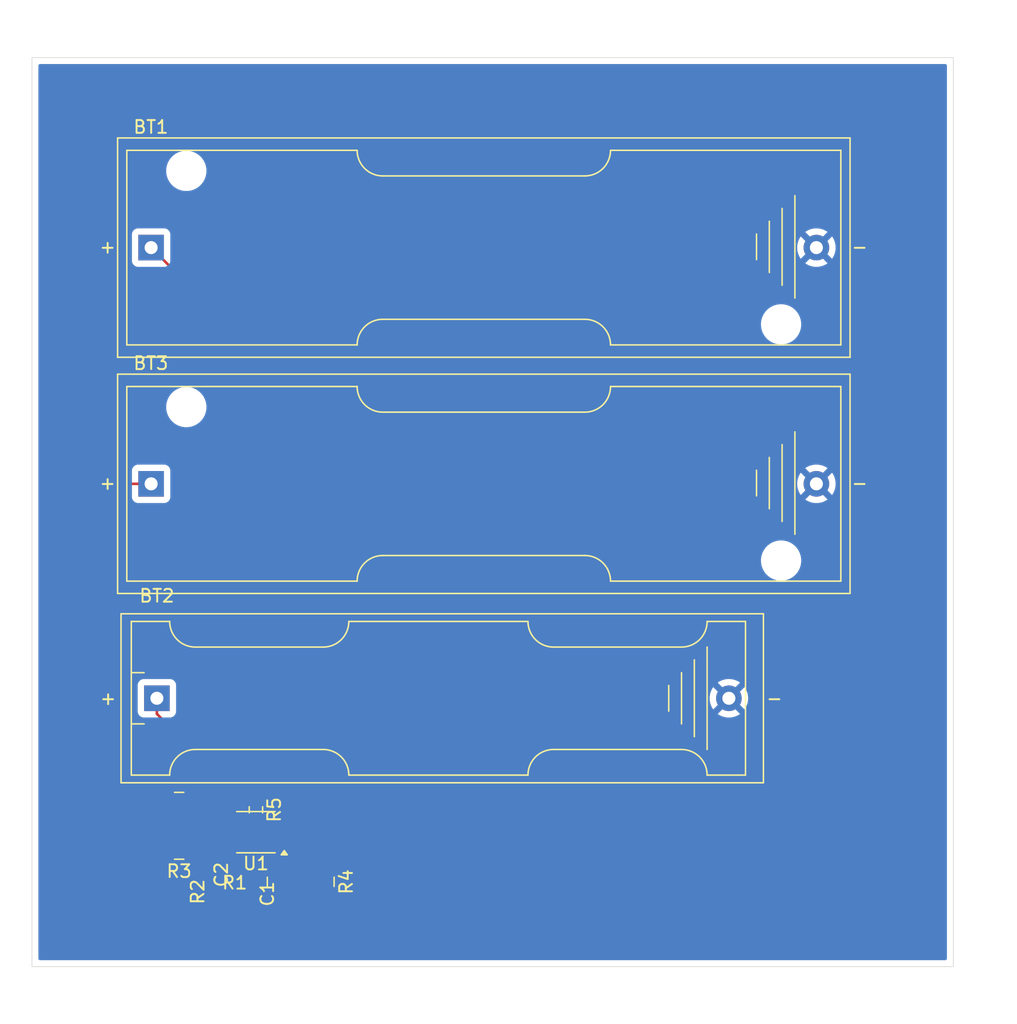
<source format=kicad_pcb>
(kicad_pcb (version 20241229) (generator "pcbnew") (generator_version "9.0")
  (layers (0 "F.Cu" signal) (2 "B.Cu" signal) (13 "F.Paste" user) (15 "B.Paste" user) (5 "F.SilkS" user "F.Silkscreen") (7 "B.SilkS" user "B.Silkscreen") (1 "F.Mask" user) (3 "B.Mask" user) (25 "Edge.Cuts" user))
  (net 0 "")
  (net 1 "Net-(BT1-+)")
  (net 2 "GND")
  (net 3 "Net-(BT2-+)")
  (net 4 "Net-(BT3-+)")
  (net 5 "Net-(U1-+)")
  (net 6 "/positivefeedback")
  (net 7 "/negativefeedback")
  (net 8 "Net-(U1--)")
  (net 12 "Net-(U1-V+)")
  (footprint "Resistor_SMD:R_0201_0603Metric" (layer "F.Cu") (at 115.34 110)
    (property "Reference" "R1" (at 0 -1.05 0) (layer "F.SilkS"))
    (property "Value" "1000")
    (pad "1" smd roundrect (at -0.32 0) (size 0.46 0.4) (layers "F.Cu" "F.Mask") (net 6 "/positivefeedback"))
    (pad "2" smd roundrect (at 0.32 0) (size 0.46 0.4) (layers "F.Cu" "F.Mask") (net 5 "Net-(U1-+)"))
  )
  (footprint "Package_SO:MSOP-8_3x3mm_P0.65mm" (layer "F.Cu") (at 117 105 180)
    (property "Reference" "U1" (at 0 -2.45 0) (layer "F.SilkS"))
    (property "Value" "OP1177ARM")
    (fp_line (start 0 1.61) (end 1.5 1.61) (stroke (width 0.12)) (layer "F.SilkS"))
    (fp_line (start 0 1.61) (end -1.5 1.61) (stroke (width 0.12)) (layer "F.SilkS"))
    (fp_line (start 0 -1.61) (end 1.5 -1.61) (stroke (width 0.12)) (layer "F.SilkS"))
    (fp_line (start 0 -1.61) (end -1.5 -1.61) (stroke (width 0.12)) (layer "F.SilkS"))
    (fp_poly (pts (xy -2.2125 -1.435) (xy -2.4525 -1.765) (xy -1.9725 -1.765)) (stroke (width 0.12)) (fill yes) (layer "F.SilkS"))
    (pad "1" smd roundrect (at -2.1125 -0.975 180) (size 1.625 0.4) (layers "F.Cu" "F.Mask" "F.Paste"))
    (pad "2" smd roundrect (at -2.1125 -0.325 180) (size 1.625 0.4) (layers "F.Cu" "F.Mask" "F.Paste") (net 8 "Net-(U1--)"))
    (pad "3" smd roundrect (at -2.1125 0.325 180) (size 1.625 0.4) (layers "F.Cu" "F.Mask" "F.Paste") (net 5 "Net-(U1-+)"))
    (pad "4" smd roundrect (at -2.1125 0.975 180) (size 1.625 0.4) (layers "F.Cu" "F.Mask" "F.Paste") (net 3 "Net-(BT2-+)"))
    (pad "5" smd roundrect (at 2.1125 0.975 180) (size 1.625 0.4) (layers "F.Cu" "F.Mask" "F.Paste"))
    (pad "6" smd roundrect (at 2.1125 0.325 180) (size 1.625 0.4) (layers "F.Cu" "F.Mask" "F.Paste") (net 7 "/negativefeedback"))
    (pad "7" smd roundrect (at 2.1125 -0.325 180) (size 1.625 0.4) (layers "F.Cu" "F.Mask" "F.Paste") (net 12 "Net-(U1-V+)"))
    (pad "8" smd roundrect (at 2.1125 -0.975 180) (size 1.625 0.4) (layers "F.Cu" "F.Mask" "F.Paste"))
  )
  (footprint "Capacitor_SMD:C_0201_0603Metric" (layer "F.Cu") (at 116.84 109.82 -90)
    (property "Reference" "C1" (at 0 -1.05 90) (layer "F.SilkS"))
    (property "Value" "2uF")
    (pad "1" smd roundrect (at -0.32 0 270) (size 0.46 0.4) (layers "F.Cu" "F.Mask") (net 5 "Net-(U1-+)"))
    (pad "2" smd roundrect (at 0.32 0 270) (size 0.46 0.4) (layers "F.Cu" "F.Mask") (net 2 "GND"))
  )
  (footprint "Resistor_SMD:R_1020_2550Metric" (layer "F.Cu") (at 111 104.5 180)
    (property "Reference" "R3" (at 0 -3.55 0) (layer "F.SilkS"))
    (property "Value" "10000")
    (fp_line (start -0.361252 2.61) (end 0.361252 2.61) (stroke (width 0.12)) (layer "F.SilkS"))
    (fp_line (start -0.361252 -2.61) (end 0.361252 -2.61) (stroke (width 0.12)) (layer "F.SilkS"))
    (pad "1" smd roundrect (at -1.125 0 180) (size 1.15 5.2) (layers "F.Cu" "F.Mask" "F.Paste") (roundrect_rratio 0.217391) (net 8 "Net-(U1--)"))
    (pad "2" smd roundrect (at 1.125 0 180) (size 1.15 5.2) (layers "F.Cu" "F.Mask" "F.Paste") (roundrect_rratio 0.217391) (net 7 "/negativefeedback"))
  )
  (footprint "Battery:BatteryHolder_Keystone_2460_1xAA" (layer "F.Cu") (at 108.81 59.34)
    (property "Reference" "BT1" (at -0.02 -9.42 180) (layer "F.SilkS"))
    (property "Value" "5V")
    (fp_line (start -2.62 -8.565) (end 54.62 -8.565) (stroke (width 0.12)) (layer "F.SilkS"))
    (fp_line (start -2.62 8.565) (end -2.62 -8.565) (stroke (width 0.12)) (layer "F.SilkS"))
    (fp_line (start -1.9 -7.6) (end -1.9 7.6) (stroke (width 0.12)) (layer "F.SilkS"))
    (fp_line (start -1.9 -7.6) (end 16.1 -7.6) (stroke (width 0.12)) (layer "F.SilkS"))
    (fp_line (start -1.9 7.6) (end 16.1 7.6) (stroke (width 0.12)) (layer "F.SilkS"))
    (fp_line (start 18.1 -5.6) (end 33.9 -5.6) (stroke (width 0.12)) (layer "F.SilkS"))
    (fp_line (start 33.9 5.6) (end 18.1 5.6) (stroke (width 0.12)) (layer "F.SilkS"))
    (fp_line (start 35.9 -7.6) (end 53.9 -7.6) (stroke (width 0.12)) (layer "F.SilkS"))
    (fp_line (start 35.9 7.6) (end 53.9 7.6) (stroke (width 0.12)) (layer "F.SilkS"))
    (fp_line (start 47.31 -1.06) (end 47.31 0.94) (stroke (width 0.12)) (layer "F.SilkS"))
    (fp_line (start 48.31 -2.06) (end 48.31 1.94) (stroke (width 0.12)) (layer "F.SilkS"))
    (fp_line (start 49.31 2.94) (end 49.31 -3.06) (stroke (width 0.12)) (layer "F.SilkS"))
    (fp_line (start 50.31 -4.06) (end 50.31 3.94) (stroke (width 0.12)) (layer "F.SilkS"))
    (fp_line (start 53.9 -7.6) (end 53.9 7.6) (stroke (width 0.12)) (layer "F.SilkS"))
    (fp_line (start 54.62 -8.565) (end 54.62 8.565) (stroke (width 0.12)) (layer "F.SilkS"))
    (fp_line (start 54.62 8.565) (end -2.62 8.565) (stroke (width 0.12)) (layer "F.SilkS"))
    (fp_arc (start 16.1 7.6) (mid 16.685786 6.185786) (end 18.1 5.6) (stroke (width 0.12)) (layer "F.SilkS"))
    (fp_arc (start 18.1 -5.6) (mid 16.685786 -6.185786) (end 16.1 -7.6) (stroke (width 0.12)) (layer "F.SilkS"))
    (fp_arc (start 33.9 5.6) (mid 35.314214 6.185786) (end 35.9 7.6) (stroke (width 0.12)) (layer "F.SilkS"))
    (fp_arc (start 35.9 -7.6) (mid 35.314214 -6.185786) (end 33.9 -5.6) (stroke (width 0.12)) (layer "F.SilkS"))
    (fp_text user "-" (at 55.37 -0.06 0) (layer "F.SilkS"))
    (fp_text user "+" (at -3.4 -0.06 0) (layer "F.SilkS"))
    (pad "" np_thru_hole circle (at 2.75 -5.995 90) (size 2.64 2.64) (drill 2.64) (layers "*.Cu" "*.Mask"))
    (pad "" np_thru_hole circle (at 49.23 5.995) (size 2.64 2.64) (drill 2.64) (layers "*.Cu" "*.Mask"))
    (pad "1" thru_hole rect (at 0 0 180) (size 2 2) (drill 1.02) (layers "*.Cu" "*.Mask") (net 1 "Net-(BT1-+)"))
    (pad "2" thru_hole circle (at 51.99 0 180) (size 2 2) (drill 1.02) (layers "*.Cu" "*.Mask") (net 2 "GND"))
  )
  (footprint "Resistor_SMD:R_1020_2550Metric" (layer "F.Cu") (at 120.5 108.875 -90)
    (property "Reference" "R4" (at 0 -3.55 270) (layer "F.SilkS"))
    (property "Value" "10000")
    (fp_line (start -0.361252 2.61) (end 0.361252 2.61) (stroke (width 0.12)) (layer "F.SilkS"))
    (fp_line (start -0.361252 -2.61) (end 0.361252 -2.61) (stroke (width 0.12)) (layer "F.SilkS"))
    (pad "1" smd roundrect (at -1.125 0 270) (size 1.15 5.2) (layers "F.Cu" "F.Mask" "F.Paste") (roundrect_rratio 0.217391) (net 8 "Net-(U1--)"))
    (pad "2" smd roundrect (at 1.125 0 270) (size 1.15 5.2) (layers "F.Cu" "F.Mask" "F.Paste") (roundrect_rratio 0.217391) (net 2 "GND"))
  )
  (footprint "Resistor_SMD:R_0603_1608Metric" (layer "F.Cu") (at 117 103.25 -90)
    (property "Reference" "R5" (at 0 -1.43 90) (layer "F.SilkS"))
    (property "Value" "0")
    (fp_line (start -0.237258 0.5225) (end 0.237258 0.5225) (stroke (width 0.12)) (layer "F.SilkS"))
    (fp_line (start -0.237258 -0.5225) (end 0.237258 -0.5225) (stroke (width 0.12)) (layer "F.SilkS"))
    (pad "1" smd roundrect (at -0.825 0 270) (size 0.8 0.95) (layers "F.Cu" "F.Mask" "F.Paste") (net 1 "Net-(BT1-+)"))
    (pad "2" smd roundrect (at 0.825 0 270) (size 0.8 0.95) (layers "F.Cu" "F.Mask" "F.Paste") (net 12 "Net-(U1-V+)"))
  )
  (footprint "Battery:BatteryHolder_Keystone_2460_1xAA" (layer "F.Cu") (at 108.81 77.79)
    (property "Reference" "BT3" (at -0.02 -9.42 180) (layer "F.SilkS"))
    (property "Value" "5V")
    (fp_line (start -2.62 -8.565) (end 54.62 -8.565) (stroke (width 0.12)) (layer "F.SilkS"))
    (fp_line (start -2.62 8.565) (end -2.62 -8.565) (stroke (width 0.12)) (layer "F.SilkS"))
    (fp_line (start -1.9 -7.6) (end -1.9 7.6) (stroke (width 0.12)) (layer "F.SilkS"))
    (fp_line (start -1.9 -7.6) (end 16.1 -7.6) (stroke (width 0.12)) (layer "F.SilkS"))
    (fp_line (start -1.9 7.6) (end 16.1 7.6) (stroke (width 0.12)) (layer "F.SilkS"))
    (fp_line (start 18.1 -5.6) (end 33.9 -5.6) (stroke (width 0.12)) (layer "F.SilkS"))
    (fp_line (start 33.9 5.6) (end 18.1 5.6) (stroke (width 0.12)) (layer "F.SilkS"))
    (fp_line (start 35.9 -7.6) (end 53.9 -7.6) (stroke (width 0.12)) (layer "F.SilkS"))
    (fp_line (start 35.9 7.6) (end 53.9 7.6) (stroke (width 0.12)) (layer "F.SilkS"))
    (fp_line (start 47.31 -1.06) (end 47.31 0.94) (stroke (width 0.12)) (layer "F.SilkS"))
    (fp_line (start 48.31 -2.06) (end 48.31 1.94) (stroke (width 0.12)) (layer "F.SilkS"))
    (fp_line (start 49.31 2.94) (end 49.31 -3.06) (stroke (width 0.12)) (layer "F.SilkS"))
    (fp_line (start 50.31 -4.06) (end 50.31 3.94) (stroke (width 0.12)) (layer "F.SilkS"))
    (fp_line (start 53.9 -7.6) (end 53.9 7.6) (stroke (width 0.12)) (layer "F.SilkS"))
    (fp_line (start 54.62 -8.565) (end 54.62 8.565) (stroke (width 0.12)) (layer "F.SilkS"))
    (fp_line (start 54.62 8.565) (end -2.62 8.565) (stroke (width 0.12)) (layer "F.SilkS"))
    (fp_arc (start 16.1 7.6) (mid 16.685786 6.185786) (end 18.1 5.6) (stroke (width 0.12)) (layer "F.SilkS"))
    (fp_arc (start 18.1 -5.6) (mid 16.685786 -6.185786) (end 16.1 -7.6) (stroke (width 0.12)) (layer "F.SilkS"))
    (fp_arc (start 33.9 5.6) (mid 35.314214 6.185786) (end 35.9 7.6) (stroke (width 0.12)) (layer "F.SilkS"))
    (fp_arc (start 35.9 -7.6) (mid 35.314214 -6.185786) (end 33.9 -5.6) (stroke (width 0.12)) (layer "F.SilkS"))
    (fp_text user "+" (at -3.4 -0.06 0) (layer "F.SilkS"))
    (fp_text user "-" (at 55.37 -0.06 0) (layer "F.SilkS"))
    (pad "" np_thru_hole circle (at 2.75 -5.995 90) (size 2.64 2.64) (drill 2.64) (layers "*.Cu" "*.Mask"))
    (pad "" np_thru_hole circle (at 49.23 5.995) (size 2.64 2.64) (drill 2.64) (layers "*.Cu" "*.Mask"))
    (pad "1" thru_hole rect (at 0 0 180) (size 2 2) (drill 1.02) (layers "*.Cu" "*.Mask") (net 4 "Net-(BT3-+)"))
    (pad "2" thru_hole circle (at 51.99 0 180) (size 2 2) (drill 1.02) (layers "*.Cu" "*.Mask") (net 2 "GND"))
  )
  (footprint "Capacitor_SMD:C_0201_0603Metric" (layer "F.Cu") (at 115.34 108.32 90)
    (property "Reference" "C2" (at 0 -1.05 90) (layer "F.SilkS"))
    (property "Value" "2uF")
    (pad "1" smd roundrect (at -0.32 0 90) (size 0.46 0.4) (layers "F.Cu" "F.Mask") (net 6 "/positivefeedback"))
    (pad "2" smd roundrect (at 0.32 0 90) (size 0.46 0.4) (layers "F.Cu" "F.Mask") (net 7 "/negativefeedback"))
  )
  (footprint "Battery:BatteryHolder_Keystone_2466_1xAAA" (layer "F.Cu") (at 109.26 94.54)
    (property "Reference" "BT2" (at 0 -8 180) (layer "F.SilkS"))
    (property "Value" "2.5V")
    (fp_line (start -2.8 -6.6) (end -2.8 6.6) (stroke (width 0.12)) (layer "F.SilkS"))
    (fp_line (start -2.8 6.6) (end 47.4 6.6) (stroke (width 0.12)) (layer "F.SilkS"))
    (fp_line (start -2 -6) (end -2 6) (stroke (width 0.12)) (layer "F.SilkS"))
    (fp_line (start -2 -6) (end 1 -6) (stroke (width 0.12)) (layer "F.SilkS"))
    (fp_line (start -2 -2) (end -1 -2) (stroke (width 0.12)) (layer "F.SilkS"))
    (fp_line (start -2 6) (end 1 6) (stroke (width 0.12)) (layer "F.SilkS"))
    (fp_line (start -1 2) (end -2 2) (stroke (width 0.12)) (layer "F.SilkS"))
    (fp_line (start 3 -4) (end 13 -4) (stroke (width 0.12)) (layer "F.SilkS"))
    (fp_line (start 3 4) (end 13 4) (stroke (width 0.12)) (layer "F.SilkS"))
    (fp_line (start 15 6) (end 29 6) (stroke (width 0.12)) (layer "F.SilkS"))
    (fp_line (start 29 -6) (end 15 -6) (stroke (width 0.12)) (layer "F.SilkS"))
    (fp_line (start 40 -1) (end 40 1) (stroke (width 0.12)) (layer "F.SilkS"))
    (fp_line (start 41 -4) (end 31 -4) (stroke (width 0.12)) (layer "F.SilkS"))
    (fp_line (start 41 -2) (end 41 2) (stroke (width 0.12)) (layer "F.SilkS"))
    (fp_line (start 41 4) (end 31 4) (stroke (width 0.12)) (layer "F.SilkS"))
    (fp_line (start 42 3) (end 42 -3) (stroke (width 0.12)) (layer "F.SilkS"))
    (fp_line (start 43 -4) (end 43 4) (stroke (width 0.12)) (layer "F.SilkS"))
    (fp_line (start 46 -6) (end 43 -6) (stroke (width 0.12)) (layer "F.SilkS"))
    (fp_line (start 46 -6) (end 46 6) (stroke (width 0.12)) (layer "F.SilkS"))
    (fp_line (start 46 6) (end 43 6) (stroke (width 0.12)) (layer "F.SilkS"))
    (fp_line (start 47.4 -6.6) (end -2.8 -6.6) (stroke (width 0.12)) (layer "F.SilkS"))
    (fp_line (start 47.4 6.6) (end 47.4 -6.6) (stroke (width 0.12)) (layer "F.SilkS"))
    (fp_arc (start 1 6) (mid 1.585786 4.585786) (end 3 4) (stroke (width 0.12)) (layer "F.SilkS"))
    (fp_arc (start 3 -4) (mid 1.585786 -4.585786) (end 1 -6) (stroke (width 0.12)) (layer "F.SilkS"))
    (fp_arc (start 13 4) (mid 14.414214 4.585786) (end 15 6) (stroke (width 0.12)) (layer "F.SilkS"))
    (fp_arc (start 15 -6) (mid 14.414214 -4.585786) (end 13 -4) (stroke (width 0.12)) (layer "F.SilkS"))
    (fp_arc (start 29 6) (mid 29.585786 4.585786) (end 31 4) (stroke (width 0.12)) (layer "F.SilkS"))
    (fp_arc (start 31 -4) (mid 29.585786 -4.585786) (end 29 -6) (stroke (width 0.12)) (layer "F.SilkS"))
    (fp_arc (start 41 4) (mid 42.414214 4.585786) (end 43 6) (stroke (width 0.12)) (layer "F.SilkS"))
    (fp_arc (start 43 -6) (mid 42.414214 -4.585786) (end 41 -4) (stroke (width 0.12)) (layer "F.SilkS"))
    (fp_text user "-" (at 48.26 0 0) (layer "F.SilkS"))
    (fp_text user "+" (at -3.81 0 0) (layer "F.SilkS"))
    (pad "1" thru_hole rect (at 0 0) (size 2 2) (drill 1.02) (layers "*.Cu" "*.Mask") (net 3 "Net-(BT2-+)"))
    (pad "2" thru_hole circle (at 44.7 0) (size 2 2) (drill 1.02) (layers "*.Cu" "*.Mask") (net 2 "GND"))
  )
  (footprint "Resistor_SMD:R_0201_0603Metric" (layer "F.Cu") (at 113.5 109.655 90)
    (property "Reference" "R2" (at 0 -1.05 90) (layer "F.SilkS"))
    (property "Value" "1000")
    (pad "1" smd roundrect (at -0.32 0 90) (size 0.46 0.4) (layers "F.Cu" "F.Mask") (net 4 "Net-(BT3-+)"))
    (pad "2" smd roundrect (at 0.32 0 90) (size 0.46 0.4) (layers "F.Cu" "F.Mask") (net 6 "/positivefeedback"))
  )
  (gr_rect (start 99.5 44.5) (end 171.5 115.5) (stroke (width 0.05)) (fill no) (layer "Edge.Cuts"))
  (segment (start 108.81 59.34) (end 116 66.53) (width 0.2) (layer "F.Cu") (net 1))
  (segment (start 117 101) (end 117 102.425) (width 0.2) (layer "F.Cu") (net 1))
  (segment (start 116 66.53) (end 116 100) (width 0.2) (layer "F.Cu") (net 1))
  (segment (start 116 100) (end 117 101) (width 0.2) (layer "F.Cu") (net 1))
  (segment (start 116.84 110.14) (end 120.36 110.14) (width 0.2) (layer "F.Cu") (net 2))
  (segment (start 138.5 110) (end 120.5 110) (width 0.2) (layer "F.Cu") (net 2))
  (segment (start 120.36 110.14) (end 120.5 110) (width 0.2) (layer "F.Cu") (net 2))
  (segment (start 153.96 94.54) (end 138.5 110) (width 0.2) (layer "F.Cu") (net 2))
  (segment (start 115.5 102.5) (end 116.374 103.374) (width 0.2) (layer "F.Cu") (net 3))
  (segment (start 118.4615 103.374) (end 119.1125 104.025) (width 0.2) (layer "F.Cu") (net 3))
  (segment (start 116.374 103.374) (end 118.4615 103.374) (width 0.2) (layer "F.Cu") (net 3))
  (segment (start 109.26 94.54) (end 109.26 95.76) (width 0.2) (layer "F.Cu") (net 3))
  (segment (start 109.26 95.76) (end 115.5 102) (width 0.2) (layer "F.Cu") (net 3))
  (segment (start 115.5 102) (end 115.5 102.5) (width 0.2) (layer "F.Cu") (net 3))
  (segment (start 104.71 77.79) (end 104 78.5) (width 0.2) (layer "F.Cu") (net 4))
  (segment (start 106.025 109.975) (end 113.5 109.975) (width 0.2) (layer "F.Cu") (net 4))
  (segment (start 104 107.95) (end 106.025 109.975) (width 0.2) (layer "F.Cu") (net 4))
  (segment (start 104 78.5) (end 104 107.95) (width 0.2) (layer "F.Cu") (net 4))
  (segment (start 108.81 77.79) (end 104.71 77.79) (width 0.2) (layer "F.Cu") (net 4))
  (segment (start 115.66 110) (end 116.01688 109.64312) (width 0.2) (layer "F.Cu") (net 5))
  (segment (start 116.84 109.5) (end 117.34 109) (width 0.2) (layer "F.Cu") (net 5))
  (segment (start 124 109) (end 125 108) (width 0.2) (layer "F.Cu") (net 5))
  (segment (start 116.16 109.5) (end 116.817991 109.5) (width 0.2) (layer "F.Cu") (net 5))
  (segment (start 117.34 109) (end 124 109) (width 0.2) (layer "F.Cu") (net 5))
  (segment (start 125 108) (end 125 106) (width 0.2) (layer "F.Cu") (net 5))
  (segment (start 116.01688 109.64312) (end 116.16 109.5) (width 0.2) (layer "F.Cu") (net 5))
  (segment (start 116.817991 109.5) (end 116.84 109.5) (width 0.2) (layer "F.Cu") (net 5))
  (segment (start 123.675 104.675) (end 119.1125 104.675) (width 0.2) (layer "F.Cu") (net 5))
  (segment (start 125 106) (end 123.675 104.675) (width 0.2) (layer "F.Cu") (net 5))
  (segment (start 114.195 108.64) (end 113.5 109.335) (width 0.2) (layer "F.Cu") (net 6))
  (segment (start 115.02 108.96) (end 115.34 108.64) (width 0.2) (layer "F.Cu") (net 6))
  (segment (start 115.02 110) (end 115.02 108.96) (width 0.2) (layer "F.Cu") (net 6))
  (segment (start 115.34 108.64) (end 114.195 108.64) (width 0.2) (layer "F.Cu") (net 6))
  (segment (start 114.075001 104.675) (end 114.8875 104.675) (width 0.2) (layer "F.Cu") (net 7))
  (segment (start 113 100.5) (end 113.5 101) (width 0.2) (layer "F.Cu") (net 7))
  (segment (start 109.875 104.5) (end 109.875 101.125) (width 0.2) (layer "F.Cu") (net 7))
  (segment (start 115.34 108) (end 110.5 108) (width 0.2) (layer "F.Cu") (net 7))
  (segment (start 110.5 100.5) (end 113 100.5) (width 0.2) (layer "F.Cu") (net 7))
  (segment (start 109.875 107.375) (end 109.875 104.5) (width 0.2) (layer "F.Cu") (net 7))
  (segment (start 113.5 104.099999) (end 114.075001 104.675) (width 0.2) (layer "F.Cu") (net 7))
  (segment (start 113.5 101) (end 113.5 104.099999) (width 0.2) (layer "F.Cu") (net 7))
  (segment (start 110.5 108) (end 109.875 107.375) (width 0.2) (layer "F.Cu") (net 7))
  (segment (start 109.875 101.125) (end 110.5 100.5) (width 0.2) (layer "F.Cu") (net 7))
  (segment (start 113.5 107) (end 114 107.5) (width 0.2) (layer "F.Cu") (net 8))
  (segment (start 113.5 105.875) (end 113.5 107) (width 0.2) (layer "F.Cu") (net 8))
  (segment (start 120.5 105.900001) (end 119.924999 105.325) (width 0.2) (layer "F.Cu") (net 8))
  (segment (start 120.5 107.75) (end 119.50513 107.75) (width 0.2) (layer "F.Cu") (net 8))
  (segment (start 114 107.5) (end 114.031 107.469) (width 0.2) (layer "F.Cu") (net 8))
  (segment (start 120.219 107.469) (end 120.5 107.75) (width 0.2) (layer "F.Cu") (net 8))
  (segment (start 112.125 104.5) (end 113.5 105.875) (width 0.2) (layer "F.Cu") (net 8))
  (segment (start 120.5 107.75) (end 120.5 105.900001) (width 0.2) (layer "F.Cu") (net 8))
  (segment (start 119.924999 105.325) (end 119.1125 105.325) (width 0.2) (layer "F.Cu") (net 8))
  (segment (start 114.031 107.469) (end 120.219 107.469) (width 0.2) (layer "F.Cu") (net 8))
  (segment (start 117 104.325) (end 116 105.325) (width 0.2) (layer "F.Cu") (net 12))
  (segment (start 117 104.075) (end 117 104.325) (width 0.2) (layer "F.Cu") (net 12))
  (segment (start 116 105.325) (end 114.8875 105.325) (width 0.2) (layer "F.Cu") (net 12))
  (zone (net 2) (net_name "GND") (layer "B.Cu") (connect_pads (clearance 0.5)) (min_thickness 0.25) (fill yes (thermal_gap 0.5) (thermal_bridge_width 0.5))
    (polygon (pts (xy 98 41) (xy 173.5 40) (xy 176.5 119.5) (xy 97 120)))
  )
)
</source>
